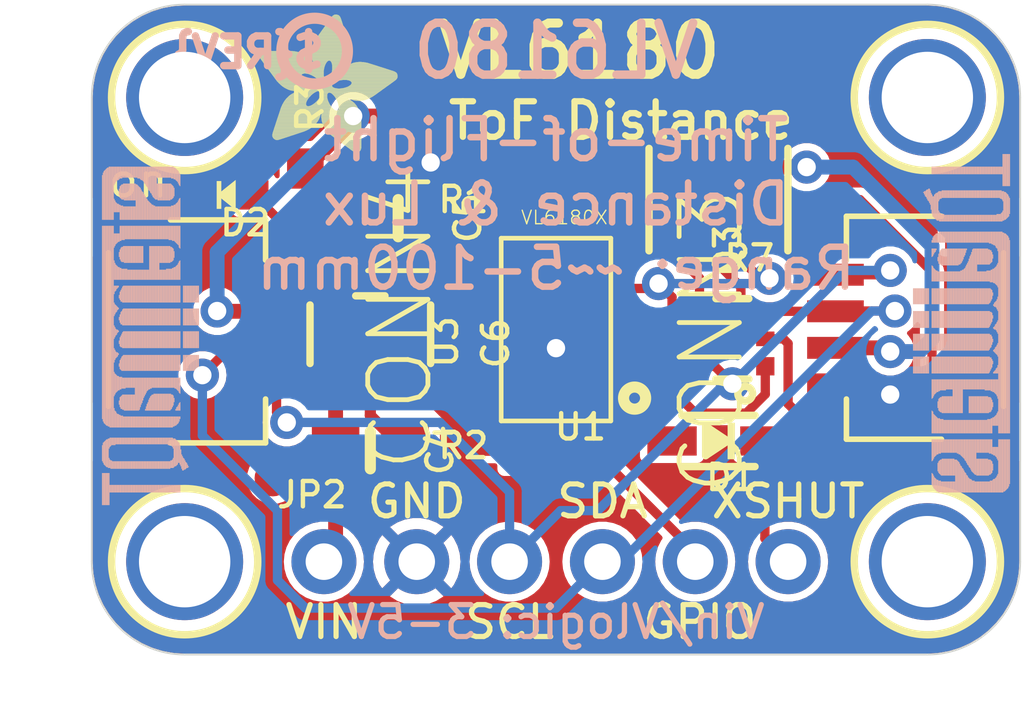
<source format=kicad_pcb>
(kicad_pcb (version 20221018) (generator pcbnew)
  (layers (0 "F.Cu" signal) (31 "B.Cu" signal) (34 "B.Paste" user) (35 "F.Paste" user) (36 "B.SilkS" user "B.Silkscreen") (37 "F.SilkS" user "F.Silkscreen") (38 "B.Mask" user) (39 "F.Mask" user) (44 "Edge.Cuts" user))
  (net 0 "")
  (net 1 "SDA")
  (net 2 "SCL")
  (net 3 "GND")
  (net 4 "GPIO")
  (net 5 "XSHUT")
  (net 6 "XSHUT_2.8V")
  (net 7 "2.8V")
  (net 8 "SCL_3V")
  (net 9 "SDA_3V")
  (net 10 "VCC")
  (net 11 "N$1")
  (footprint "working:MOUNTINGHOLE_2.5_PLATED" (layer "F.Cu") (at 138.3411 111.3536)
    (fp_text reference "U$33" hide)
    (fp_text value "MOUNTINGHOLE2.5" hide)
    (pad "P$1" thru_hole circle (at 0 0) (size 3.2 3.2) (drill 2.5) (layers "*.Cu" "*.Mask"))
    (zone (net 0) (net_name "") (layer "F.Cu") (connect_pads (clearance 0)) (min_thickness 0.25)
      (keepout (tracks not_allowed) (vias not_allowed) (pads not_allowed) (copperpour not_allowed) (footprints allowed))
      (fill (thermal_gap 0.5) (thermal_bridge_width 0.5))
      (polygon (pts (xy 140.3571 111.3536) (xy 140.33748 111.073027) (xy 140.279004 110.797915) (xy 140.182808 110.533619) (xy 140.050765 110.285283) (xy 139.885446 110.05774) (xy 139.690067 109.85542) (xy 139.468433 109.68226) (xy 139.224856 109.541631) (xy 138.964078 109.43627) (xy 138.691175 109.368228) (xy 138.411457 109.338828) (xy 138.130371 109.348644) (xy 137.853385 109.397484) (xy 137.585893 109.484397) (xy 137.3331 109.607693) (xy 137.099926 109.76497) (xy 136.890911 109.953169) (xy 136.710122 110.168625) (xy 136.561078 110.407145) (xy 136.44668 110.664087) (xy 136.369154 110.93445) (xy 136.330011 111.212971) (xy 136.330011 111.494229) (xy 136.369154 111.77275) (xy 136.44668 112.043113) (xy 136.561078 112.300055) (xy 136.710122 112.538575) (xy 136.890911 112.754031) (xy 137.099926 112.94223) (xy 137.3331 113.099507) (xy 137.585893 113.222803) (xy 137.853385 113.309716) (xy 138.130371 113.358556) (xy 138.411457 113.368372) (xy 138.691175 113.338972) (xy 138.964078 113.27093) (xy 139.224856 113.165569) (xy 139.468433 113.02494) (xy 139.690067 112.85178) (xy 139.885446 112.64946) (xy 140.050765 112.421917) (xy 140.182808 112.173581) (xy 140.279004 111.909285) (xy 140.33748 111.634173)))
      (polygon (pts (xy 138.3251 111.3536) (xy 138.329786 111.364914) (xy 138.3411 111.3696) (xy 138.352414 111.364914) (xy 138.3571 111.3536) (xy 138.352414 111.342286) (xy 138.3411 111.3376) (xy 138.329786 111.342286)))
    )
    (zone (net 0) (net_name "") (layer "B.Cu") (connect_pads (clearance 0)) (min_thickness 0.25)
      (keepout (tracks not_allowed) (vias not_allowed) (pads not_allowed) (copperpour not_allowed) (footprints allowed))
      (fill (thermal_gap 0.5) (thermal_bridge_width 0.5))
      (polygon (pts (xy 140.3571 111.3536) (xy 140.33748 111.073027) (xy 140.279004 110.797915) (xy 140.182808 110.533619) (xy 140.050765 110.285283) (xy 139.885446 110.05774) (xy 139.690067 109.85542) (xy 139.468433 109.68226) (xy 139.224856 109.541631) (xy 138.964078 109.43627) (xy 138.691175 109.368228) (xy 138.411457 109.338828) (xy 138.130371 109.348644) (xy 137.853385 109.397484) (xy 137.585893 109.484397) (xy 137.3331 109.607693) (xy 137.099926 109.76497) (xy 136.890911 109.953169) (xy 136.710122 110.168625) (xy 136.561078 110.407145) (xy 136.44668 110.664087) (xy 136.369154 110.93445) (xy 136.330011 111.212971) (xy 136.330011 111.494229) (xy 136.369154 111.77275) (xy 136.44668 112.043113) (xy 136.561078 112.300055) (xy 136.710122 112.538575) (xy 136.890911 112.754031) (xy 137.099926 112.94223) (xy 137.3331 113.099507) (xy 137.585893 113.222803) (xy 137.853385 113.309716) (xy 138.130371 113.358556) (xy 138.411457 113.368372) (xy 138.691175 113.338972) (xy 138.964078 113.27093) (xy 139.224856 113.165569) (xy 139.468433 113.02494) (xy 139.690067 112.85178) (xy 139.885446 112.64946) (xy 140.050765 112.421917) (xy 140.182808 112.173581) (xy 140.279004 111.909285) (xy 140.33748 111.634173)))
      (polygon (pts (xy 138.3251 111.3536) (xy 138.329786 111.364914) (xy 138.3411 111.3696) (xy 138.352414 111.364914) (xy 138.3571 111.3536) (xy 138.352414 111.342286) (xy 138.3411 111.3376) (xy 138.329786 111.342286)))
    )
  )
  (footprint "working:1X06_ROUND_70" (layer "F.Cu") (at 148.5011 111.3536)
    (fp_text reference "JP2" (at -7.6962 -1.8288) (layer "F.SilkS") (effects (font (size 0.692831 0.692831) (thickness 0.119969)) (justify left)))
    (fp_text value "")
    (pad "1" thru_hole circle (at -6.35 0 90) (size 1.778 1.778) (drill 1) (layers "*.Cu" "*.Mask") (net 10 "VCC"))
    (pad "2" thru_hole circle (at -3.81 0 90) (size 1.778 1.778) (drill 1) (layers "*.Cu" "*.Mask") (net 3 "GND"))
    (pad "3" thru_hole circle (at -1.27 0 90) (size 1.778 1.778) (drill 1) (layers "*.Cu" "*.Mask") (net 2 "SCL"))
    (pad "4" thru_hole circle (at 1.27 0 90) (size 1.778 1.778) (drill 1) (layers "*.Cu" "*.Mask") (net 1 "SDA"))
    (pad "5" thru_hole circle (at 3.81 0 90) (size 1.778 1.778) (drill 1) (layers "*.Cu" "*.Mask") (net 4 "GPIO"))
    (pad "6" thru_hole circle (at 6.35 0 90) (size 1.778 1.778) (drill 1) (layers "*.Cu" "*.Mask") (net 5 "XSHUT"))
  )
  (footprint "working:SOT23-5" (layer "F.Cu") (at 143.4211 105.1306)
    (fp_text reference "U3" (at 2.032 -0.562 90) (layer "F.SilkS") (effects (font (size 0.692831 0.692831) (thickness 0.119969)) (justify right)))
    (fp_text value "LP5907-2.8V")
    (pad "1" smd rect (at -0.95 1.3001) (size 0.55 1.2) (layers "F.Cu" "F.Paste" "F.Mask") (net 10 "VCC"))
    (pad "2" smd rect (at 0 1.3001) (size 0.55 1.2) (layers "F.Cu" "F.Paste" "F.Mask") (net 3 "GND"))
    (pad "3" smd rect (at 0.95 1.3001) (size 0.55 1.2) (layers "F.Cu" "F.Paste" "F.Mask") (net 10 "VCC"))
    (pad "4" smd rect (at 0.95 -1.3001) (size 0.55 1.2) (layers "F.Cu" "F.Paste" "F.Mask"))
    (pad "5" smd rect (at -0.95 -1.3001) (size 0.55 1.2) (layers "F.Cu" "F.Paste" "F.Mask") (net 7 "2.8V"))
  )
  (footprint "working:FIDUCIAL_1MM" (layer "F.Cu") (at 140.7541 109.0676)
    (fp_text reference "FID1" hide)
    (fp_text value "FIDUCIAL_1MM" hide)
    (pad "1" smd roundrect (at 0 0) (size 1 1) (layers "F.Cu" "F.Mask") (roundrect_rratio 0.5))
  )
  (footprint "working:MOUNTINGHOLE_2.5_PLATED" (layer "F.Cu") (at 138.3411 98.6536)
    (fp_text reference "U$30" hide)
    (fp_text value "MOUNTINGHOLE2.5" hide)
    (pad "P$1" thru_hole circle (at 0 0) (size 3.2 3.2) (drill 2.5) (layers "*.Cu" "*.Mask"))
    (zone (net 0) (net_name "") (layer "F.Cu") (connect_pads (clearance 0)) (min_thickness 0.25)
      (keepout (tracks not_allowed) (vias not_allowed) (pads not_allowed) (copperpour not_allowed) (footprints allowed))
      (fill (thermal_gap 0.5) (thermal_bridge_width 0.5))
      (polygon (pts (xy 140.3571 98.6536) (xy 140.33748 98.373027) (xy 140.279004 98.097915) (xy 140.182808 97.833619) (xy 140.050765 97.585283) (xy 139.885446 97.35774) (xy 139.690067 97.15542) (xy 139.468433 96.98226) (xy 139.224856 96.841631) (xy 138.964078 96.73627) (xy 138.691175 96.668228) (xy 138.411457 96.638828) (xy 138.130371 96.648644) (xy 137.853385 96.697484) (xy 137.585893 96.784397) (xy 137.3331 96.907693) (xy 137.099926 97.06497) (xy 136.890911 97.253169) (xy 136.710122 97.468625) (xy 136.561078 97.707145) (xy 136.44668 97.964087) (xy 136.369154 98.23445) (xy 136.330011 98.512971) (xy 136.330011 98.794229) (xy 136.369154 99.07275) (xy 136.44668 99.343113) (xy 136.561078 99.600055) (xy 136.710122 99.838575) (xy 136.890911 100.054031) (xy 137.099926 100.24223) (xy 137.3331 100.399507) (xy 137.585893 100.522803) (xy 137.853385 100.609716) (xy 138.130371 100.658556) (xy 138.411457 100.668372) (xy 138.691175 100.638972) (xy 138.964078 100.57093) (xy 139.224856 100.465569) (xy 139.468433 100.32494) (xy 139.690067 100.15178) (xy 139.885446 99.94946) (xy 140.050765 99.721917) (xy 140.182808 99.473581) (xy 140.279004 99.209285) (xy 140.33748 98.934173)))
      (polygon (pts (xy 138.3251 98.6536) (xy 138.329786 98.664914) (xy 138.3411 98.6696) (xy 138.352414 98.664914) (xy 138.3571 98.6536) (xy 138.352414 98.642286) (xy 138.3411 98.6376) (xy 138.329786 98.642286)))
    )
    (zone (net 0) (net_name "") (layer "B.Cu") (connect_pads (clearance 0)) (min_thickness 0.25)
      (keepout (tracks not_allowed) (vias not_allowed) (pads not_allowed) (copperpour not_allowed) (footprints allowed))
      (fill (thermal_gap 0.5) (thermal_bridge_width 0.5))
      (polygon (pts (xy 140.3571 98.6536) (xy 140.33748 98.373027) (xy 140.279004 98.097915) (xy 140.182808 97.833619) (xy 140.050765 97.585283) (xy 139.885446 97.35774) (xy 139.690067 97.15542) (xy 139.468433 96.98226) (xy 139.224856 96.841631) (xy 138.964078 96.73627) (xy 138.691175 96.668228) (xy 138.411457 96.638828) (xy 138.130371 96.648644) (xy 137.853385 96.697484) (xy 137.585893 96.784397) (xy 137.3331 96.907693) (xy 137.099926 97.06497) (xy 136.890911 97.253169) (xy 136.710122 97.468625) (xy 136.561078 97.707145) (xy 136.44668 97.964087) (xy 136.369154 98.23445) (xy 136.330011 98.512971) (xy 136.330011 98.794229) (xy 136.369154 99.07275) (xy 136.44668 99.343113) (xy 136.561078 99.600055) (xy 136.710122 99.838575) (xy 136.890911 100.054031) (xy 137.099926 100.24223) (xy 137.3331 100.399507) (xy 137.585893 100.522803) (xy 137.853385 100.609716) (xy 138.130371 100.658556) (xy 138.411457 100.668372) (xy 138.691175 100.638972) (xy 138.964078 100.57093) (xy 139.224856 100.465569) (xy 139.468433 100.32494) (xy 139.690067 100.15178) (xy 139.885446 99.94946) (xy 140.050765 99.721917) (xy 140.182808 99.473581) (xy 140.279004 99.209285) (xy 140.33748 98.934173)))
      (polygon (pts (xy 138.3251 98.6536) (xy 138.329786 98.664914) (xy 138.3411 98.6696) (xy 138.352414 98.664914) (xy 138.3571 98.6536) (xy 138.352414 98.642286) (xy 138.3411 98.6376) (xy 138.329786 98.642286)))
    )
  )
  (footprint "working:JST_SH4" (layer "F.Cu") (at 158.6611 105.0036 90)
    (fp_text reference "CONN3" (at -4.6 -5.9 90) (layer "F.SilkS") (effects (font (size 1.647139 1.647139) (thickness 0.130861)) (justify left)))
    (fp_text value "STEMMA_I2C_QT" hide)
    (pad "1" smd rect (at -1.5 -2.514 180) (size 1.55 0.6) (layers "F.Cu" "F.Paste" "F.Mask") (net 3 "GND"))
    (pad "2" smd rect (at -0.5 -2.514 180) (size 1.55 0.6) (layers "F.Cu" "F.Paste" "F.Mask") (net 10 "VCC"))
    (pad "3" smd rect (at 0.5 -2.514 180) (size 1.55 0.6) (layers "F.Cu" "F.Paste" "F.Mask") (net 1 "SDA"))
    (pad "4" smd rect (at 1.5 -2.514 180) (size 1.55 0.6) (layers "F.Cu" "F.Paste" "F.Mask") (net 2 "SCL"))
    (pad "MT1" smd rect (at -2.8 1.386 180) (size 1.8 1.2) (layers "F.Cu" "F.Paste" "F.Mask"))
    (pad "MT2" smd rect (at 2.8 1.386 180) (size 1.8 1.2) (layers "F.Cu" "F.Paste" "F.Mask"))
  )
  (footprint "working:0603-NO" (layer "F.Cu") (at 145.9611 105.3846 -90)
    (fp_text reference "C6" (at -0.762 -0.889 90) (layer "F.SilkS") (effects (font (size 0.692831 0.692831) (thickness 0.119969)) (justify right)))
    (fp_text value "0.1uF")
    (pad "1" smd rect (at -0.85 0 270) (size 1.1 1) (layers "F.Cu" "F.Paste" "F.Mask") (net 7 "2.8V"))
    (pad "2" smd rect (at 0.85 0 270) (size 1.1 1) (layers "F.Cu" "F.Paste" "F.Mask") (net 3 "GND"))
  )
  (footprint "working:0603-NO" (layer "F.Cu") (at 148.5011 101.5746 180)
    (fp_text reference "R1" (at 1.778 0.127) (layer "F.SilkS") (effects (font (size 0.692831 0.692831) (thickness 0.119969)) (justify right)))
    (fp_text value "10K")
    (pad "1" smd rect (at -0.85 0 180) (size 1.1 1) (layers "F.Cu" "F.Paste" "F.Mask") (net 6 "XSHUT_2.8V"))
    (pad "2" smd rect (at 0.85 0 180) (size 1.1 1) (layers "F.Cu" "F.Paste" "F.Mask") (net 7 "2.8V"))
  )
  (footprint "working:MOUNTINGHOLE_2.5_PLATED" (layer "F.Cu") (at 158.6611 98.6536)
    (fp_text reference "U$31" hide)
    (fp_text value "MOUNTINGHOLE2.5" hide)
    (pad "P$1" thru_hole circle (at 0 0) (size 3.2 3.2) (drill 2.5) (layers "*.Cu" "*.Mask"))
    (zone (net 0) (net_name "") (layer "F.Cu") (connect_pads (clearance 0)) (min_thickness 0.25)
      (keepout (tracks not_allowed) (vias not_allowed) (pads not_allowed) (copperpour not_allowed) (footprints allowed))
      (fill (thermal_gap 0.5) (thermal_bridge_width 0.5))
      (polygon (pts (xy 160.6771 98.6536) (xy 160.65748 98.373027) (xy 160.599004 98.097915) (xy 160.502808 97.833619) (xy 160.370765 97.585283) (xy 160.205446 97.35774) (xy 160.010067 97.15542) (xy 159.788433 96.98226) (xy 159.544856 96.841631) (xy 159.284078 96.73627) (xy 159.011175 96.668228) (xy 158.731457 96.638828) (xy 158.450371 96.648644) (xy 158.173385 96.697484) (xy 157.905893 96.784397) (xy 157.6531 96.907693) (xy 157.419926 97.06497) (xy 157.210911 97.253169) (xy 157.030122 97.468625) (xy 156.881078 97.707145) (xy 156.76668 97.964087) (xy 156.689154 98.23445) (xy 156.650011 98.512971) (xy 156.650011 98.794229) (xy 156.689154 99.07275) (xy 156.76668 99.343113) (xy 156.881078 99.600055) (xy 157.030122 99.838575) (xy 157.210911 100.054031) (xy 157.419926 100.24223) (xy 157.6531 100.399507) (xy 157.905893 100.522803) (xy 158.173385 100.609716) (xy 158.450371 100.658556) (xy 158.731457 100.668372) (xy 159.011175 100.638972) (xy 159.284078 100.57093) (xy 159.544856 100.465569) (xy 159.788433 100.32494) (xy 160.010067 100.15178) (xy 160.205446 99.94946) (xy 160.370765 99.721917) (xy 160.502808 99.473581) (xy 160.599004 99.209285) (xy 160.65748 98.934173)))
      (polygon (pts (xy 158.6451 98.6536) (xy 158.649786 98.664914) (xy 158.6611 98.6696) (xy 158.672414 98.664914) (xy 158.6771 98.6536) (xy 158.672414 98.642286) (xy 158.6611 98.6376) (xy 158.649786 98.642286)))
    )
    (zone (net 0) (net_name "") (layer "B.Cu") (connect_pads (clearance 0)) (min_thickness 0.25)
      (keepout (tracks not_allowed) (vias not_allowed) (pads not_allowed) (copperpour not_allowed) (footprints allowed))
      (fill (thermal_gap 0.5) (thermal_bridge_width 0.5))
      (polygon (pts (xy 160.6771 98.6536) (xy 160.65748 98.373027) (xy 160.599004 98.097915) (xy 160.502808 97.833619) (xy 160.370765 97.585283) (xy 160.205446 97.35774) (xy 160.010067 97.15542) (xy 159.788433 96.98226) (xy 159.544856 96.841631) (xy 159.284078 96.73627) (xy 159.011175 96.668228) (xy 158.731457 96.638828) (xy 158.450371 96.648644) (xy 158.173385 96.697484) (xy 157.905893 96.784397) (xy 157.6531 96.907693) (xy 157.419926 97.06497) (xy 157.210911 97.253169) (xy 157.030122 97.468625) (xy 156.881078 97.707145) (xy 156.76668 97.964087) (xy 156.689154 98.23445) (xy 156.650011 98.512971) (xy 156.650011 98.794229) (xy 156.689154 99.07275) (xy 156.76668 99.343113) (xy 156.881078 99.600055) (xy 157.030122 99.838575) (xy 157.210911 100.054031) (xy 157.419926 100.24223) (xy 157.6531 100.399507) (xy 157.905893 100.522803) (xy 158.173385 100.609716) (xy 158.450371 100.658556) (xy 158.731457 100.668372) (xy 159.011175 100.638972) (xy 159.284078 100.57093) (xy 159.544856 100.465569) (xy 159.788433 100.32494) (xy 160.010067 100.15178) (xy 160.205446 99.94946) (xy 160.370765 99.721917) (xy 160.502808 99.473581) (xy 160.599004 99.209285) (xy 160.65748 98.934173)))
      (polygon (pts (xy 158.6451 98.6536) (xy 158.649786 98.664914) (xy 158.6611 98.6696) (xy 158.672414 98.664914) (xy 158.6771 98.6536) (xy 158.672414 98.642286) (xy 158.6611 98.6376) (xy 158.649786 98.642286)))
    )
  )
  (footprint "working:ADAFRUIT_3.5MM" (layer "F.Cu") (at 140.3731 100.1776)
    (fp_text reference "U$36" hide)
    (fp_text value "" hide)
  )
  (footprint "working:JST_SH4" (layer "F.Cu") (at 138.3411 105.0036 -90)
    (fp_text reference "CONN4" (at -4.6 -5.9 90) (layer "F.SilkS") (effects (font (size 1.647139 1.647139) (thickness 0.130861)) (justify right)))
    (fp_text value "STEMMA_I2C_QT" hide)
    (pad "1" smd rect (at -1.5 -2.514) (size 1.55 0.6) (layers "F.Cu" "F.Paste" "F.Mask") (net 3 "GND"))
    (pad "2" smd rect (at -0.5 -2.514) (size 1.55 0.6) (layers "F.Cu" "F.Paste" "F.Mask") (net 10 "VCC"))
    (pad "3" smd rect (at 0.5 -2.514) (size 1.55 0.6) (layers "F.Cu" "F.Paste" "F.Mask") (net 1 "SDA"))
    (pad "4" smd rect (at 1.5 -2.514) (size 1.55 0.6) (layers "F.Cu" "F.Paste" "F.Mask") (net 2 "SCL"))
    (pad "MT1" smd rect (at -2.8 1.386) (size 1.8 1.2) (layers "F.Cu" "F.Paste" "F.Mask"))
    (pad "MT2" smd rect (at 2.8 1.386) (size 1.8 1.2) (layers "F.Cu" "F.Paste" "F.Mask"))
  )
  (footprint "working:0805-NO" (layer "F.Cu") (at 143.4211 108.3056)
    (fp_text reference "C4" (at 1.905 -0.762 90) (layer "F.SilkS") (effects (font (size 0.692831 0.692831) (thickness 0.119969)) (justify right)))
    (fp_text value "10uF")
    (pad "1" smd rect (at -0.95 0) (size 1.3 1.5) (layers "F.Cu" "F.Paste" "F.Mask") (net 10 "VCC"))
    (pad "2" smd rect (at 0.95 0) (size 1.3 1.5) (layers "F.Cu" "F.Paste" "F.Mask") (net 3 "GND"))
  )
  (footprint "working:RESPACK_4X0603" (layer "F.Cu") (at 152.9461 101.4476 180)
    (fp_text reference "R7" (at -1.6 -1.6) (layer "F.SilkS") (effects (font (size 0.692831 0.692831) (thickness 0.119969)) (justify right)))
    (fp_text value "10K")
    (pad "1" smd rect (at -1.3 0.85 180) (size 0.45 0.9) (layers "F.Cu" "F.Paste" "F.Mask") (net 10 "VCC"))
    (pad "2" smd rect (at -0.4 0.85 180) (size 0.45 0.9) (layers "F.Cu" "F.Paste" "F.Mask") (net 7 "2.8V"))
    (pad "3" smd rect (at 0.4 0.85 180) (size 0.45 0.9) (layers "F.Cu" "F.Paste" "F.Mask") (net 10 "VCC"))
    (pad "4" smd rect (at 1.3 0.85 180) (size 0.45 0.9) (layers "F.Cu" "F.Paste" "F.Mask") (net 7 "2.8V"))
    (pad "5" smd rect (at 1.3 -0.85 180) (size 0.45 0.9) (layers "F.Cu" "F.Paste" "F.Mask") (net 9 "SDA_3V"))
    (pad "6" smd rect (at 0.4 -0.85 180) (size 0.45 0.9) (layers "F.Cu" "F.Paste" "F.Mask") (net 1 "SDA"))
    (pad "7" smd rect (at -0.4 -0.85 180) (size 0.45 0.9) (layers "F.Cu" "F.Paste" "F.Mask") (net 8 "SCL_3V"))
    (pad "8" smd rect (at -1.3 -0.85 180) (size 0.45 0.9) (layers "F.Cu" "F.Paste" "F.Mask") (net 2 "SCL"))
  )
  (footprint "working:0603-NO" (layer "F.Cu") (at 141.6431 101.4476 90)
    (fp_text reference "R3" (at 1.778 0.127 90) (layer "F.SilkS") (effects (font (size 0.692831 0.692831) (thickness 0.119969)) (justify left)))
    (fp_text value "10K")
    (pad "1" smd rect (at -0.85 0 90) (size 1.1 1) (layers "F.Cu" "F.Paste" "F.Mask") (net 11 "N$1"))
    (pad "2" smd rect (at 0.85 0 90) (size 1.1 1) (layers "F.Cu" "F.Paste" "F.Mask") (net 10 "VCC"))
  )
  (footprint "working:SOT363" (layer "F.Cu") (at 153.3271 105.2576 90)
    (fp_text reference "Q3" (at 1.651 -0.127 90) (layer "F.SilkS") (effects (font (size 0.692831 0.692831) (thickness 0.119969)) (justify left)))
    (fp_text value "BSS138")
    (pad "1" smd rect (at -0.75 0.9 90) (size 0.5 0.5) (layers "F.Cu" "F.Paste" "F.Mask") (net 8 "SCL_3V"))
    (pad "2" smd rect (at 0 0.9 90) (size 0.4 0.5) (layers "F.Cu" "F.Paste" "F.Mask") (net 7 "2.8V"))
    (pad "3" smd rect (at 0.75 0.9 90) (size 0.5 0.5) (layers "F.Cu" "F.Paste" "F.Mask") (net 1 "SDA"))
    (pad "4" smd rect (at 0.75 -0.9 90) (size 0.5 0.5) (layers "F.Cu" "F.Paste" "F.Mask") (net 9 "SDA_3V"))
    (pad "5" smd rect (at 0 -0.9 90) (size 0.4 0.5) (layers "F.Cu" "F.Paste" "F.Mask") (net 7 "2.8V"))
    (pad "6" smd rect (at -0.75 -0.9 90) (size 0.5 0.5) (layers "F.Cu" "F.Paste" "F.Mask") (net 2 "SCL"))
  )
  (footprint "working:0603-NO" (layer "F.Cu") (at 148.5011 108.3056 180)
    (fp_text reference "R2" (at 1.778 0.127) (layer "F.SilkS") (effects (font (size 0.692831 0.692831) (thickness 0.119969)) (justify right)))
    (fp_text value "10K")
    (pad "1" smd rect (at -0.85 0 180) (size 1.1 1) (layers "F.Cu" "F.Paste" "F.Mask") (net 4 "GPIO"))
    (pad "2" smd rect (at 0.85 0 180) (size 1.1 1) (layers "F.Cu" "F.Paste" "F.Mask") (net 7 "2.8V"))
  )
  (footprint "working:MOUNTINGHOLE_2.5_PLATED" (layer "F.Cu") (at 158.6611 111.3536)
    (fp_text reference "U$34" hide)
    (fp_text value "MOUNTINGHOLE2.5" hide)
    (pad "P$1" thru_hole circle (at 0 0) (size 3.2 3.2) (drill 2.5) (layers "*.Cu" "*.Mask"))
    (zone (net 0) (net_name "") (layer "F.Cu") (connect_pads (clearance 0)) (min_thickness 0.25)
      (keepout (tracks not_allowed) (vias not_allowed) (pads not_allowed) (copperpour not_allowed) (footprints allowed))
      (fill (thermal_gap 0.5) (thermal_bridge_width 0.5))
      (polygon (pts (xy 160.6771 111.3536) (xy 160.65748 111.073027) (xy 160.599004 110.797915) (xy 160.502808 110.533619) (xy 160.370765 110.285283) (xy 160.205446 110.05774) (xy 160.010067 109.85542) (xy 159.788433 109.68226) (xy 159.544856 109.541631) (xy 159.284078 109.43627) (xy 159.011175 109.368228) (xy 158.731457 109.338828) (xy 158.450371 109.348644) (xy 158.173385 109.397484) (xy 157.905893 109.484397) (xy 157.6531 109.607693) (xy 157.419926 109.76497) (xy 157.210911 109.953169) (xy 157.030122 110.168625) (xy 156.881078 110.407145) (xy 156.76668 110.664087) (xy 156.689154 110.93445) (xy 156.650011 111.212971) (xy 156.650011 111.494229) (xy 156.689154 111.77275) (xy 156.76668 112.043113) (xy 156.881078 112.300055) (xy 157.030122 112.538575) (xy 157.210911 112.754031) (xy 157.419926 112.94223) (xy 157.6531 113.099507) (xy 157.905893 113.222803) (xy 158.173385 113.309716) (xy 158.450371 113.358556) (xy 158.731457 113.368372) (xy 159.011175 113.338972) (xy 159.284078 113.27093) (xy 159.544856 113.165569) (xy 159.788433 113.02494) (xy 160.010067 112.85178) (xy 160.205446 112.64946) (xy 160.370765 112.421917) (xy 160.502808 112.173581) (xy 160.599004 111.909285) (xy 160.65748 111.634173)))
      (polygon (pts (xy 158.6451 111.3536) (xy 158.649786 111.364914) (xy 158.6611 111.3696) (xy 158.672414 111.364914) (xy 158.6771 111.3536) (xy 158.672414 111.342286) (xy 158.6611 111.3376) (xy 158.649786 111.342286)))
    )
    (zone (net 0) (net_name "") (layer "B.Cu") (connect_pads (clearance 0)) (min_thickness 0.25)
      (keepout (tracks not_allowed) (vias not_allowed) (pads not_allowed) (copperpour not_allowed) (footprints allowed))
      (fill (thermal_gap 0.5) (thermal_bridge_width 0.5))
      (polygon (pts (xy 160.6771 111.3536) (xy 160.65748 111.073027) (xy 160.599004 110.797915) (xy 160.502808 110.533619) (xy 160.370765 110.285283) (xy 160.205446 110.05774) (xy 160.010067 109.85542) (xy 159.788433 109.68226) (xy 159.544856 109.541631) (xy 159.284078 109.43627) (xy 159.011175 109.368228) (xy 158.731457 109.338828) (xy 158.450371 109.348644) (xy 158.173385 109.397484) (xy 157.905893 109.484397) (xy 157.6531 109.607693) (xy 157.419926 109.76497) (xy 157.210911 109.953169) (xy 157.030122 110.168625) (xy 156.881078 110.407145) (xy 156.76668 110.664087) (xy 156.689154 110.93445) (xy 156.650011 111.212971) (xy 156.650011 111.494229) (xy 156.689154 111.77275) (xy 156.76668 112.043113) (xy 156.881078 112.300055) (xy 157.030122 112.538575) (xy 157.210911 112.754031) (xy 157.419926 112.94223) (xy 157.6531 113.099507) (xy 157.905893 113.222803) (xy 158.173385 113.309716) (xy 158.450371 113.358556) (xy 158.731457 113.368372) (xy 159.011175 113.338972) (xy 159.284078 113.27093) (xy 159.544856 113.165569) (xy 159.788433 113.02494) (xy 160.010067 112.85178) (xy 160.205446 112.64946) (xy 160.370765 112.421917) (xy 160.502808 112.173581) (xy 160.599004 111.909285) (xy 160.65748 111.634173)))
      (polygon (pts (xy 158.6451 111.3536) (xy 158.649786 111.364914) (xy 158.6611 111.3696) (xy 158.672414 111.364914) (xy 158.6771 111.3536) (xy 158.672414 111.342286) (xy 158.6611 111.3376) (xy 158.649786 111.342286)))
    )
  )
  (footprint "working:0805-NO" (layer "F.Cu") (at 144.1831 101.9556)
    (fp_text reference "C5" (at 1.905 -0.762 90) (layer "F.SilkS") (effects (font (size 0.692831 0.692831) (thickness 0.119969)) (justify right)))
    (fp_text value "10uF")
    (pad "1" smd rect (at -0.95 0) (size 1.3 1.5) (layers "F.Cu" "F.Paste" "F.Mask") (net 7 "2.8V"))
    (pad "2" smd rect (at 0.95 0) (size 1.3 1.5) (layers "F.Cu" "F.Paste" "F.Mask") (net 3 "GND"))
  )
  (footprint "working:VL6180" (layer "F.Cu") (at 148.5011 105.0036 180)
    (fp_text reference "U1" (at -1.440996 -2.665004) (layer "F.SilkS") (effects (font (size 0.692831 0.692831) (thickness 0.119969)) (justify right)))
    (fp_text value "VL6180X" (at -1.441 3.065996) (layer "F.SilkS") (effects (font (size 0.369824 0.369824) (thickness 0.036576)) (justify right)))
    (pad "1" smd rect (at -1.2 -1.875 90) (size 0.5 1) (layers "F.Cu" "F.Paste" "F.Mask") (net 4 "GPIO"))
    (pad "2" smd rect (at -1.2 -1.125 90) (size 0.5 1) (layers "F.Cu" "F.Paste" "F.Mask"))
    (pad "3" smd rect (at -1.2 -0.375 90) (size 0.5 1) (layers "F.Cu" "F.Paste" "F.Mask"))
    (pad "4" smd rect (at -1.2 0.375 90) (size 0.5 1) (layers "F.Cu" "F.Paste" "F.Mask") (net 6 "XSHUT_2.8V"))
    (pad "5" smd rect (at -1.2 1.125 90) (size 0.5 1) (layers "F.Cu" "F.Paste" "F.Mask") (net 8 "SCL_3V"))
    (pad "6" smd rect (at -1.2 1.875 90) (size 0.5 1) (layers "F.Cu" "F.Paste" "F.Mask") (net 9 "SDA_3V"))
    (pad "7" smd rect (at 1.2 1.875 90) (size 0.5 1) (layers "F.Cu" "F.Paste" "F.Mask"))
    (pad "8" smd rect (at 1.2 1.125 90) (size 0.5 1) (layers "F.Cu" "F.Paste" "F.Mask") (net 7 "2.8V"))
    (pad "9" smd rect (at 1.2 0.375 90) (size 0.5 1) (layers "F.Cu" "F.Paste" "F.Mask") (net 3 "GND"))
    (pad "10" smd rect (at 1.2 -0.375 90) (size 0.5 1) (layers "F.Cu" "F.Paste" "F.Mask") (net 7 "2.8V"))
    (pad "11" smd rect (at 1.2 -1.125 90) (size 0.5 1) (layers "F.Cu" "F.Paste" "F.Mask"))
    (pad "12" smd rect (at 1.2 -1.875 90) (size 0.5 1) (layers "F.Cu" "F.Paste" "F.Mask") (net 3 "GND"))
  )
  (footprint "working:FIDUCIAL_1MM" (layer "F.Cu") (at 155.3591 97.3836)
    (fp_text reference "FID4" hide)
    (fp_text value "FIDUCIAL_1MM" hide)
    (pad "1" smd roundrect (at 0 0) (size 1 1) (layers "F.Cu" "F.Mask") (roundrect_rratio 0.5))
  )
  (footprint "working:CHIPLED_0603_NOOUTLINE" (layer "F.Cu") (at 139.4841 101.3206 90)
    (fp_text reference "D2" (at -0.762 1.27) (layer "F.SilkS") (effects (font (size 0.692831 0.692831) (thickness 0.119969)) (justify right)))
    (fp_text value "GREEN")
    (pad "A" smd rect (at 0 0.75 90) (size 0.8 0.8) (layers "F.Cu" "F.Paste" "F.Mask") (net 11 "N$1"))
    (pad "C" smd rect (at 0 -0.75 90) (size 0.8 0.8) (layers "F.Cu" "F.Paste" "F.Mask") (net 3 "GND"))
  )
  (footprint "working:SOD-323" (layer "F.Cu") (at 152.9461 108.0516 180)
    (fp_text reference "D1" (at -1.1 -1) (layer "F.SilkS") (effects (font (size 0.692831 0.692831) (thickness 0.119969)) (justify right)))
    (fp_text value "1N4148")
    (pad "A" smd rect (at 1.27 0 180) (size 1.35 0.8) (layers "F.Cu" "F.Paste" "F.Mask") (net 6 "XSHUT_2.8V"))
    (pad "C" smd rect (at -1.27 0 180) (size 1.35 0.8) (layers "F.Cu" "F.Paste" "F.Mask") (net 5 "XSHUT"))
  )
  (footprint "working:STEMMAQT" (layer "B.Cu") (at 158.2801 109.4486 90)
    (fp_text reference "U$38" hide)
    (fp_text value "" hide)
  )
  (footprint "working:PCBFEAT-REV-040" (layer "B.Cu") (at 141.8971 97.3836 180)
    (fp_text reference "U$37" hide)
    (fp_text value "" hide)
    (fp_text user "${REV}" (at -0.3556 -0.508) (layer "B.SilkS") (effects (font (size 0.8128 0.8128) (thickness 0.2032)) (justify left bottom mirror)))
  )
  (footprint "working:STEMMAQT" (layer "B.Cu") (at 138.7221 100.5586 -90)
    (fp_text reference "U$39" hide)
    (fp_text value "" hide)
  )
  (gr_line (start 138.3411 113.8936) (end 158.6611 113.8936) (stroke (width 0.05)) (layer "Edge.Cuts"))
  (gr_arc (start 161.2011 111.3536) (mid 160.457151 113.149651) (end 158.6611 113.8936) (stroke (width 0.05)) (layer "Edge.Cuts"))
  (gr_arc (start 138.3411 113.8936) (mid 136.545049 113.149651) (end 135.8011 111.3536) (stroke (width 0.05)) (layer "Edge.Cuts"))
  (gr_line (start 135.8011 98.6536) (end 135.8011 111.3536) (stroke (width 0.05)) (layer "Edge.Cuts"))
  (gr_line (start 158.6611 96.1136) (end 138.3411 96.1136) (stroke (width 0.05)) (layer "Edge.Cuts"))
  (gr_arc (start 135.8011 98.6536) (mid 136.545049 96.857549) (end 138.3411 96.1136) (stroke (width 0.05)) (layer "Edge.Cuts"))
  (gr_line (start 161.2011 111.3536) (end 161.2011 98.6536) (stroke (width 0.05)) (layer "Edge.Cuts"))
  (gr_arc (start 158.6611 96.1136) (mid 160.457151 96.857549) (end 161.2011 98.6536) (stroke (width 0.05)) (layer "Edge.Cuts"))
  (gr_text "Time-of-Flight\nDistance & Lux\nRange: ~~5-100mm" (at 148.5011 101.5746) (layer "B.SilkS") (effects (font (size 1.0922 1.0922) (thickness 0.1778)) (justify mirror)))
  (gr_text "Vin/Vlogic: 3-5V" (at 148.5011 113.0046) (layer "B.SilkS") (effects (font (size 0.87376 0.87376) (thickness 0.14224)) (justify mirror)))
  (gr_text "VL6180" (at 148.5011 97.3836) (layer "B.SilkS") (effects (font (size 1.41986 1.41986) (thickness 0.23114)) (justify mirror)))
  (gr_text "VL6180" (at 149.1361 97.3836) (layer "F.SilkS") (effects (font (size 1.40335 1.40335) (thickness 0.24765))))
  (gr_text "SCL" (at 147.2311 113.0046) (layer "F.SilkS") (effects (font (size 0.87376 0.87376) (thickness 0.14224))))
  (gr_text "XSHUT" (at 154.8511 109.7026) (layer "F.SilkS") (effects (font (size 0.87376 0.87376) (thickness 0.14224))))
  (gr_text "SDA" (at 149.7711 109.7026) (layer "F.SilkS") (effects (font (size 0.87376 0.87376) (thickness 0.14224))))
  (gr_text "VIN" (at 142.1511 113.0046) (layer "F.SilkS") (effects (font (size 0.87376 0.87376) (thickness 0.14224))))
  (gr_text "ToF Distance" (at 150.2791 99.2886) (layer "F.SilkS") (effects (font (size 0.97155 0.97155) (thickness 0.17145))))
  (gr_text "on" (at 136.1821 101.4476) (layer "F.SilkS") (effects (font (size 0.89408 0.89408) (thickness 0.12192)) (justify left bottom)))
  (gr_text "GND" (at 144.6911 109.7026) (layer "F.SilkS") (effects (font (size 0.87376 0.87376) (thickness 0.14224))))
  (gr_text "GPIO" (at 152.4381 113.0046) (layer "F.SilkS") (effects (font (size 0.87376 0.87376) (thickness 0.14224))))
  (segment (start 152.5461 102.2976) (end 152.5461 102.8256) (width 0.254) (layer "F.Cu") (net 1))
  (segment (start 153.5597 103.8392) (end 153.5597 104.3472) (width 0.254) (layer "F.Cu") (net 1))
  (segment (start 152.5461 102.8256) (end 153.5597 103.8392) (width 0.254) (layer "F.Cu") (net 1))
  (segment (start 154.2311 104.5036) (end 154.2271 104.5076) (width 0.254) (layer "F.Cu") (net 1))
  (segment (start 156.1471 104.5036) (end 156.1551 104.4956) (width 0.254) (layer "F.Cu") (net 1))
  (segment (start 156.1471 104.5036) (end 154.2311 104.5036) (width 0.254) (layer "F.Cu") (net 1))
  (segment (start 156.1551 104.4956) (end 157.7721 104.4956) (width 0.254) (layer "F.Cu") (net 1))
  (segment (start 140.8551 105.5036) (end 139.573887 105.5036) (width 0.254) (layer "F.Cu") (net 1))
  (segment (start 153.5597 104.3472) (end 153.7201 104.5076) (width 0.254) (layer "F.Cu") (net 1))
  (segment (start 153.7201 104.5076) (end 154.2271 104.5076) (width 0.254) (layer "F.Cu") (net 1))
  (segment (start 139.573887 105.5036) (end 138.826493 106.250994) (width 0.254) (layer "F.Cu") (net 1))
  (via (at 138.826493 106.250994) (size 0.9064) (drill 0.5) (layers "F.Cu" "B.Cu") (net 1))
  (via (at 157.7721 104.4956) (size 0.9064) (drill 0.5) (layers "F.Cu" "B.Cu") (net 1))
  (segment (start 138.826493 106.250994) (end 138.826493 107.901994) (width 0.254) (layer "B.Cu") (net 1))
  (segment (start 138.826493 107.901994) (end 140.8811 109.9566) (width 0.254) (layer "B.Cu") (net 1))
  (segment (start 157.1371 104.4956) (end 150.2791 111.3536) (width 0.254) (layer "B.Cu") (net 1))
  (segment (start 148.5011 112.6236) (end 149.7711 111.3536) (width 0.254) (layer "B.Cu") (net 1))
  (segment (start 140.8811 111.8616) (end 141.6431 112.6236) (width 0.254) (layer "B.Cu") (net 1))
  (segment (start 149.7711 111.3536) (end 150.2791 111.3536) (width 0.254) (layer "B.Cu") (net 1))
  (segment (start 140.8811 109.9566) (end 140.8811 111.8616) (width 0.254) (layer "B.Cu") (net 1))
  (segment (start 157.7721 104.4956) (end 157.1371 104.4956) (width 0.254) (layer "B.Cu") (net 1))
  (segment (start 141.6431 112.6236) (end 148.5011 112.6236) (width 0.254) (layer "B.Cu") (net 1))
  (segment (start 140.8551 106.5036) (end 140.8551 107.2636) (width 0.254) (layer "F.Cu") (net 2))
  (segment (start 157.5275 103.5036) (end 157.6451 103.386) (width 0.254) (layer "F.Cu") (net 2))
  (segment (start 141.1351 107.5436) (end 140.8551 107.2636) (width 0.254) (layer "F.Cu") (net 2))
  (segment (start 156.1471 103.5036) (end 157.5275 103.5036) (width 0.254) (layer "F.Cu") (net 2))
  (segment (start 153.3271 106.4872) (end 152.8475 106.0076) (width 0.254) (layer "F.Cu") (net 2))
  (segment (start 154.2461 102.2976) (end 154.9411 102.2976) (width 0.254) (layer "F.Cu") (net 2))
  (segment (start 154.9411 102.2976) (end 156.1471 103.5036) (width 0.254) (layer "F.Cu") (net 2))
  (segment (start 152.4271 106.0076) (end 152.8475 106.0076) (width 0.254) (layer "F.Cu") (net 2))
  (via (at 141.1351 107.5436) (size 0.9064) (drill 0.5) (layers "F.Cu" "B.Cu") (net 2))
  (via (at 157.6451 103.386) (size 0.9064) (drill 0.5) (layers "F.Cu" "B.Cu") (net 2))
  (via (at 153.3271 106.4872) (size 0.9064) (drill 0.5) (layers "F.Cu" "B.Cu") (net 2))
  (segment (start 153.3271 106.4872) (end 153.1135 106.4872) (width 0.254) (layer "B.Cu") (net 2))
  (segment (start 147.2311 109.4486) (end 145.3261 107.5436) (width 0.254) (layer "B.Cu") (net 2))
  (segment (start 141.1351 107.5436) (end 145.3261 107.5436) (width 0.254) (layer "B.Cu") (net 2))
  (segment (start 147.2311 111.3536) (end 148.6281 109.9566) (width 0.254) (layer "B.Cu") (net 2))
  (segment (start 156.4283 103.386) (end 153.3271 106.4872) (width 0.254) (layer "B.Cu") (net 2))
  (segment (start 149.6441 109.9566) (end 153.1135 106.4872) (width 0.254) (layer "B.Cu") (net 2))
  (segment (start 148.6281 109.9566) (end 149.6441 109.9566) (width 0.254) (layer "B.Cu") (net 2))
  (segment (start 157.6451 103.386) (end 156.4283 103.386) (width 0.254) (layer "B.Cu") (net 2))
  (segment (start 147.2311 109.4486) (end 147.2311 111.3536) (width 0.254) (layer "B.Cu") (net 2))
  (segment (start 147.3011 106.8786) (end 146.6051 106.8786) (width 0.254) (layer "F.Cu") (net 3))
  (segment (start 146.6051 106.8786) (end 145.9611 106.2346) (width 0.254) (layer "F.Cu") (net 3))
  (segment (start 143.4211 107.3556) (end 144.3711 108.3056) (width 0.3048) (layer "F.Cu") (net 3))
  (segment (start 143.4211 106.4307) (end 143.4211 107.3556) (width 0.3048) (layer "F.Cu") (net 3))
  (via (at 157.6451 106.7816) (size 0.9064) (drill 0.5) (layers "F.Cu" "B.Cu") (net 3))
  (via (at 148.5011 105.5116) (size 0.9064) (drill 0.5) (layers "F.Cu" "B.Cu") (net 3))
  (via (at 145.0721 100.4316) (size 0.9064) (drill 0.5) (layers "F.Cu" "B.Cu") (net 3))
  (segment (start 149.3511 108.3056) (end 149.5171 108.3056) (width 0.254) (layer "F.Cu") (net 4))
  (segment (start 149.7011 106.8786) (end 149.7011 107.9556) (width 0.254) (layer "F.Cu") (net 4))
  (segment (start 149.5171 108.3056) (end 152.3111 111.0996) (width 0.254) (layer "F.Cu") (net 4))
  (segment (start 152.3111 111.0996) (end 152.3111 111.3536) (width 0.254) (layer "F.Cu") (net 4))
  (segment (start 149.7011 107.9556) (end 149.3511 108.3056) (width 0.254) (layer "F.Cu") (net 4))
  (segment (start 154.2161 108.0516) (end 154.2161 110.7186) (width 0.254) (layer "F.Cu") (net 5))
  (segment (start 154.8511 111.3536) (end 154.2161 110.7186) (width 0.254) (layer "F.Cu") (net 5))
  (segment (start 149.7011 104.6286) (end 150.81505 104.6286) (width 0.254) (layer "F.Cu") (net 6))
  (segment (start 149.7011 104.6286) (end 149.0151 104.6286) (width 0.254) (layer "F.Cu") (net 6))
  (segment (start 151.0411 107.5436) (end 151.5491 108.0516) (width 0.254) (layer "F.Cu") (net 6))
  (segment (start 148.8709 102.0548) (end 149.3511 101.5746) (width 0.254) (layer "F.Cu") (net 6))
  (segment (start 148.8709 104.4844) (end 148.8709 102.0548) (width 0.254) (layer "F.Cu") (net 6))
  (segment (start 151.0411 104.85465) (end 151.0411 107.5436) (width 0.254) (layer "F.Cu") (net 6))
  (segment (start 150.81505 104.6286) (end 151.0411 104.85465) (width 0.254) (layer "F.Cu") (net 6))
  (segment (start 149.0151 104.6286) (end 148.8709 104.4844) (width 0.254) (layer "F.Cu") (net 6))
  (segment (start 151.5491 108.0516) (end 151.6761 108.0516) (width 0.254) (layer "F.Cu") (net 6))
  (segment (start 151.8031 101.4476) (end 152.9461 101.4476) (width 0.3048) (layer "F.Cu") (net 7))
  (segment (start 146.2981 104.1976) (end 145.9611 104.5346) (width 0.3048) (layer "F.Cu") (net 7))
  (segment (start 152.9461 101.4476) (end 153.0731 101.4476) (width 0.3048) (layer "F.Cu") (net 7))
  (segment (start 143.2331 101.9556) (end 143.2331 103.0986) (width 0.3048) (layer "F.Cu") (net 7))
  (segment (start 153.3461 101.1746) (end 153.3461 100.5976) (width 0.3048) (layer "F.Cu") (net 7))
  (segment (start 151.6461 100.5976) (end 151.6461 101.2906) (width 0.3048) (layer "F.Cu") (net 7))
  (segment (start 147.2311 101.5746) (end 146.2981 102.5076) (width 0.3048) (layer "F.Cu") (net 7))
  (segment (start 146.7171 105.3786) (end 145.9611 104.6226) (width 0.3048) (layer "F.Cu") (net 7))
  (segment (start 156.8146 101.4476) (end 152.9461 101.4476) (width 0.254) (layer "F.Cu") (net 7))
  (segment (start 157.6451 108.0516) (end 158.7881 106.9086) (width 0.254) (layer "F.Cu") (net 7))
  (segment (start 154.7241 105.2576) (end 154.8511 105.3846) (width 0.254) (layer "F.Cu") (net 7))
  (segment (start 143.2331 103.0986) (end 142.5012 103.8305) (width 0.3048) (layer "F.Cu") (net 7))
  (segment (start 145.7096 104.7861) (end 145.9611 104.5346) (width 0.3048) (layer "F.Cu") (net 7))
  (segment (start 145.0721 104.7861) (end 145.0721 106.9086) (width 0.3048) (layer "F.Cu") (net 7))
  (segment (start 146.2981 102.5076) (end 146.2981 104.1976) (width 0.3048) (layer "F.Cu") (net 7))
  (segment (start 147.3011 103.8786) (end 146.6171 103.8786) (width 0.3048) (layer "F.Cu") (net 7))
  (segment (start 151.6461 101.2906) (end 151.8031 101.4476) (width 0.3048) (layer "F.Cu") (net 7))
  (segment (start 147.6511 101.5746) (end 148.6671 100.5586) (width 0.3048) (layer "F.Cu") (net 7))
  (segment (start 154.8511 105.3846) (end 154.8511 107.0356) (width 0.254) (layer "F.Cu") (net 7))
  (segment (start 146.6171 103.8786) (end 146.2981 104.1976) (width 0.3048) (layer "F.Cu") (net 7))
  (segment (start 147.3011 105.3786) (end 146.7171 105.3786) (width 0.3048) (layer "F.Cu") (net 7))
  (segment (start 153.0731 101.4476) (end 153.3461 101.1746) (width 0.3048) (layer "F.Cu") (net 7))
  (segment (start 142.4711 103.8305) (end 142.5012 103.8305) (width 0.3048) (layer "F.Cu") (net 7))
  (segment (start 143.694806 104.7861) (end 145.0721 104.7861) (width 0.3048) (layer "F.Cu") (net 7))
  (segment (start 145.0721 104.7861) (end 145.7096 104.7861) (width 0.3048) (layer "F.Cu") (net 7))
  (segment (start 146.4691 108.3056) (end 147.6511 108.3056) (width 0.3048) (layer "F.Cu") (net 7))
  (segment (start 158.7881 106.9086) (end 158.7881 103.4211) (width 0.254) (layer "F.Cu") (net 7))
  (segment (start 142.4711 103.8305) (end 142.739206 103.8305) (width 0.3048) (layer "F.Cu") (net 7))
  (segment (start 152.4271 105.2576) (end 154.2271 105.2576) (width 0.254) (layer "F.Cu") (net 7))
  (segment (start 151.6071 100.5586) (end 151.6461 100.5976) (width 0.3048) (layer "F.Cu") (net 7))
  (segment (start 155.8671 108.0516) (end 157.6451 108.0516) (width 0.254) (layer "F.Cu") (net 7))
  (segment (start 154.2271 105.2576) (end 154.7241 105.2576) (width 0.254) (layer "F.Cu") (net 7))
  (segment (start 145.9611 104.6226) (end 145.9611 104.5346) (width 0.3048) (layer "F.Cu") (net 7))
  (segment (start 147.6511 101.5746) (end 147.2311 101.5746) (width 0.3048) (layer "F.Cu") (net 7))
  (segment (start 148.6671 100.5586) (end 151.6071 100.5586) (width 0.3048) (layer "F.Cu") (net 7))
  (segment (start 158.7881 103.4211) (end 156.8146 101.4476) (width 0.254) (layer "F.Cu") (net 7))
  (segment (start 142.739206 103.8305) (end 143.694806 104.7861) (width 0.3048) (layer "F.Cu") (net 7))
  (segment (start 154.8511 107.0356) (end 155.8671 108.0516) (width 0.254) (layer "F.Cu") (net 7))
  (segment (start 145.0721 106.9086) (end 146.4691 108.3056) (width 0.3048) (layer "F.Cu") (net 7))
  (segment (start 154.2271 106.7706) (end 154.2271 106.0076) (width 0.254) (layer "F.Cu") (net 8))
  (segment (start 153.7081 107.2896) (end 154.2271 106.7706) (width 0.254) (layer "F.Cu") (net 8))
  (segment (start 153.3271 102.3166) (end 153.3461 102.2976) (width 0.254) (layer "F.Cu") (net 8))
  (segment (start 153.3271 102.8446) (end 153.3271 102.3166) (width 0.254) (layer "F.Cu") (net 8))
  (segment (start 151.6761 104.1146) (end 151.6761 106.6546) (width 0.254) (layer "F.Cu") (net 8))
  (segment (start 154.0837 103.6012) (end 153.3271 102.8446) (width 0.254) (layer "F.Cu") (net 8))
  (segment (start 151.6761 106.6546) (end 152.3111 107.2896) (width 0.254) (layer "F.Cu") (net 8))
  (segment (start 151.173 103.8786) (end 151.30655 103.74505) (width 0.254) (layer "F.Cu") (net 8))
  (segment (start 154.3431 103.6012) (end 154.0837 103.6012) (width 0.254) (layer "F.Cu") (net 8))
  (segment (start 149.7011 103.8786) (end 151.173 103.8786) (width 0.254) (layer "F.Cu") (net 8))
  (segment (start 151.30655 103.74505) (end 151.6761 104.1146) (width 0.254) (layer "F.Cu") (net 8))
  (segment (start 152.3111 107.2896) (end 153.7081 107.2896) (width 0.254) (layer "F.Cu") (net 8))
  (via (at 151.30655 103.74505) (size 0.9064) (drill 0.5) (layers "F.Cu" "B.Cu") (net 8))
  (via (at 154.3431 103.6012) (size 0.9064) (drill 0.5) (layers "F.Cu" "B.Cu") (net 8))
  (segment (start 151.30655 103.74505) (end 154.19925 103.74505) (width 0.254) (layer "B.Cu") (net 8))
  (segment (start 154.19925 103.74505) (end 154.3431 103.6012) (width 0.254) (layer "B.Cu") (net 8))
  (segment (start 149.7011 103.1286) (end 150.8151 103.1286) (width 0.254) (layer "F.Cu") (net 9))
  (segment (start 152.4271 103.5956) (end 151.6461 102.8146) (width 0.254) (layer "F.Cu") (net 9))
  (segment (start 152.4271 104.5076) (end 152.4271 103.5956) (width 0.254) (layer "F.Cu") (net 9))
  (segment (start 150.8151 103.1286) (end 151.6461 102.2976) (width 0.254) (layer "F.Cu") (net 9))
  (segment (start 151.6461 102.8146) (end 151.6461 102.2976) (width 0.254) (layer "F.Cu") (net 9))
  (segment (start 139.2381 104.5036) (end 139.2301 104.4956) (width 0.4064) (layer "F.Cu") (net 10))
  (segment (start 144.3711 105.6996) (end 144.0958 105.4243) (width 0.4064) (layer "F.Cu") (net 10))
  (segment (start 142.9521 99.2886) (end 142.9521 99.1616) (width 0.4064) (layer "F.Cu") (net 10))
  (segment (start 152.5651 100.5786) (end 152.5651 99.1616) (width 0.4064) (layer "F.Cu") (net 10))
  (segment (start 142.1511 111.3536) (end 142.4711 111.0336) (width 0.4064) (layer "F.Cu") (net 10))
  (segment (start 152.5651 99.1616) (end 153.8351 99.1616) (width 0.4064) (layer "F.Cu") (net 10))
  (segment (start 156.1471 105.5036) (end 157.5435 105.5036) (width 0.4064) (layer "F.Cu") (net 10))
  (segment (start 157.5435 105.5036) (end 157.6451 105.6052) (width 0.4064) (layer "F.Cu") (net 10))
  (segment (start 142.850762 105.4243) (end 142.763462 105.5116) (width 0.4064) (layer "F.Cu") (net 10))
  (segment (start 142.5981 105.5116) (end 142.4711 105.5116) (width 0.4064) (layer "F.Cu") (net 10))
  (segment (start 142.4711 111.0336) (end 142.4711 108.3056) (width 0.4064) (layer "F.Cu") (net 10))
  (segment (start 141.6511 104.5036) (end 140.8551 104.5036) (width 0.4064) (layer "F.Cu") (net 10))
  (segment (start 142.4711 106.4307) (end 142.4711 105.5116) (width 0.4064) (layer "F.Cu") (net 10))
  (segment (start 144.3711 106.4307) (end 144.3711 105.6996) (width 0.4064) (layer "F.Cu") (net 10))
  (segment (start 154.2461 100.5586) (end 154.2461 100.5976) (width 0.4064) (layer "F.Cu") (net 10))
  (segment (start 142.5981 105.4506) (end 141.6511 104.5036) (width 0.4064) (layer "F.Cu") (net 10))
  (segment (start 154.2461 99.5726) (end 154.2461 100.5586) (width 0.4064) (layer "F.Cu") (net 10))
  (segment (start 142.5981 105.5116) (end 142.5981 105.4506) (width 0.4064) (layer "F.Cu") (net 10))
  (segment (start 144.0958 105.4243) (end 142.850762 105.4243) (width 0.4064) (layer "F.Cu") (net 10))
  (segment (start 142.4711 106.4307) (end 142.4711 108.3056) (width 0.4064) (layer "F.Cu") (net 10))
  (segment (start 142.763462 105.5116) (end 142.5981 105.5116) (width 0.4064) (layer "F.Cu") (net 10))
  (segment (start 142.9521 99.2886) (end 141.6431 100.5976) (width 0.4064) (layer "F.Cu") (net 10))
  (segment (start 140.8551 104.5036) (end 139.2381 104.5036) (width 0.4064) (layer "F.Cu") (net 10))
  (segment (start 152.5461 100.5976) (end 152.5651 100.5786) (width 0.4064) (layer "F.Cu") (net 10))
  (segment (start 153.8351 99.1616) (end 154.2461 99.5726) (width 0.4064) (layer "F.Cu") (net 10))
  (segment (start 142.9521 99.1616) (end 152.5651 99.1616) (width 0.4064) (layer "F.Cu") (net 10))
  (segment (start 155.3591 100.5586) (end 154.2461 100.5586) (width 0.4064) (layer "F.Cu") (net 10))
  (via (at 157.6451 105.6052) (size 0.9064) (drill 0.5) (layers "F.Cu" "B.Cu") (net 10))
  (via (at 155.3591 100.5586) (size 0.9064) (drill 0.5) (layers "F.Cu" "B.Cu") (net 10))
  (via (at 142.9521 99.1616) (size 0.9064) (drill 0.5) (layers "F.Cu" "B.Cu") (net 10))
  (via (at 139.2301 104.4956) (size 0.9064) (drill 0.5) (layers "F.Cu" "B.Cu") (net 10))
  (segment (start 158.7881 105.2576) (end 158.7881 102.7176) (width 0.4064) (layer "B.Cu") (net 10))
  (segment (start 139.2301 102.8836) (end 142.9521 99.1616) (width 0.4064) (layer "B.Cu") (net 10))
  (segment (start 156.6291 100.5586) (end 155.3591 100.5586) (width 0.4064) (layer "B.Cu") (net 10))
  (segment (start 158.7881 102.7176) (end 156.6291 100.5586) (width 0.4064) (layer "B.Cu") (net 10))
  (segment (start 158.4405 105.6052) (end 158.7881 105.2576) (width 0.4064) (layer "B.Cu") (net 10))
  (segment (start 139.2301 104.4956) (end 139.2301 102.8836) (width 0.4064) (layer "B.Cu") (net 10))
  (segment (start 157.6451 105.6052) (end 158.4405 105.6052) (width 0.4064) (layer "B.Cu") (net 10))
  (segment (start 140.2341 101.3206) (end 141.2111 102.2976) (width 0.254) (layer "F.Cu") (net 11))
  (segment (start 141.2111 102.2976) (end 141.6431 102.2976) (width 0.254) (layer "F.Cu") (net 11))
  (zone (net 3) (net_name "GND") (layer "F.Cu") (priority 6) (connect_pads (clearance 0.000001)) (min_thickness 0.127) (fill yes (thermal_gap 0.304) (thermal_bridge_width 0.304))
    (polygon (pts (xy 161.3281 114.0206) (xy 135.6741 114.0206) (xy 135.6741 95.9866) (xy 161.3281 95.9866)))
  )
  (zone (net 3) (net_name "GND") (layer "B.Cu") (priority 6) (connect_pads (clearance 0.000001)) (min_thickness 0.127) (fill yes (thermal_gap 0.304) (thermal_bridge_width 0.304))
    (polygon (pts (xy 161.3281 114.0206) (xy 135.6741 114.0206) (xy 135.6741 95.9866) (xy 161.3281 95.9866)))
  )
)
</source>
